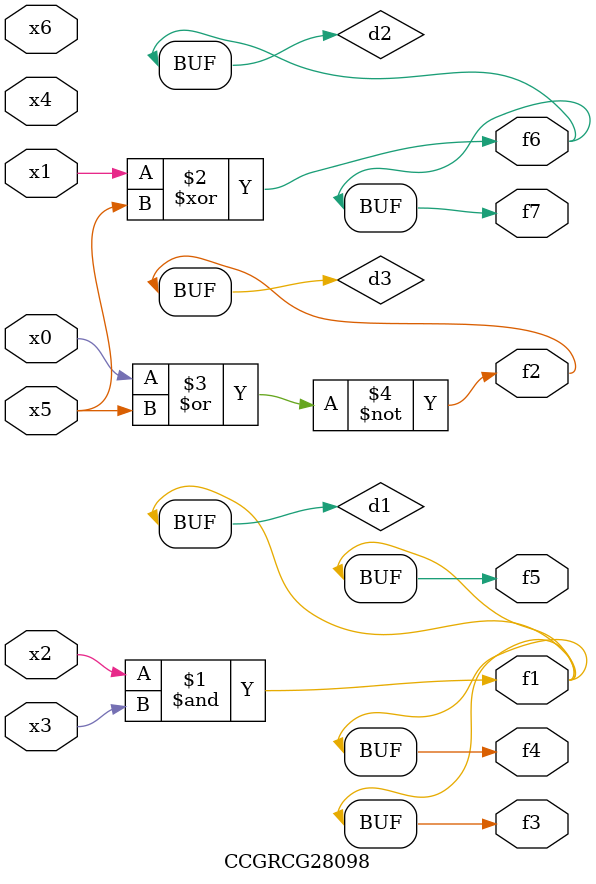
<source format=v>
module CCGRCG28098(
	input x0, x1, x2, x3, x4, x5, x6,
	output f1, f2, f3, f4, f5, f6, f7
);

	wire d1, d2, d3;

	and (d1, x2, x3);
	xor (d2, x1, x5);
	nor (d3, x0, x5);
	assign f1 = d1;
	assign f2 = d3;
	assign f3 = d1;
	assign f4 = d1;
	assign f5 = d1;
	assign f6 = d2;
	assign f7 = d2;
endmodule

</source>
